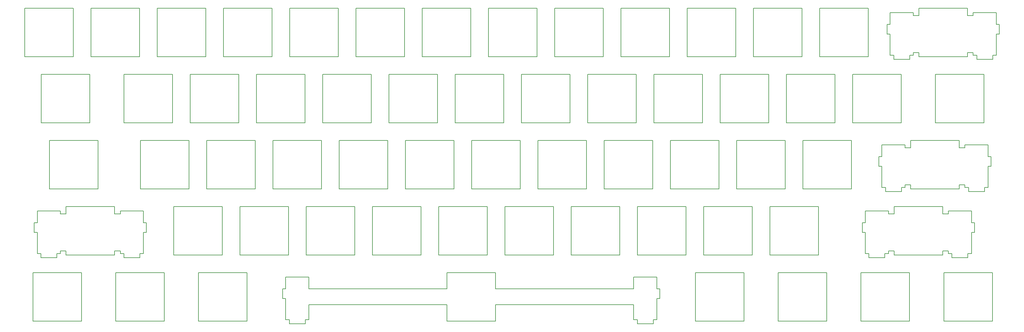
<source format=gbr>
G04 #@! TF.FileFunction,Other,ECO2*
%FSLAX46Y46*%
G04 Gerber Fmt 4.6, Leading zero omitted, Abs format (unit mm)*
G04 Created by KiCad (PCBNEW 4.1.0-alpha+201607250105+6992~46~ubuntu16.04.1-product) date Thu Aug 25 14:36:27 2016*
%MOMM*%
%LPD*%
G01*
G04 APERTURE LIST*
%ADD10C,0.150000*%
%ADD11C,0.152400*%
G04 APERTURE END LIST*
D10*
D11*
X46196250Y-120015000D02*
X60166250Y-120015000D01*
X60166250Y-120015000D02*
X60166250Y-133985000D01*
X60166250Y-133985000D02*
X46196250Y-133985000D01*
X46196250Y-133985000D02*
X46196250Y-120015000D01*
X70008750Y-120015000D02*
X83978750Y-120015000D01*
X83978750Y-120015000D02*
X83978750Y-133985000D01*
X83978750Y-133985000D02*
X70008750Y-133985000D01*
X70008750Y-133985000D02*
X70008750Y-120015000D01*
X93821250Y-120015000D02*
X107791250Y-120015000D01*
X107791250Y-120015000D02*
X107791250Y-133985000D01*
X107791250Y-133985000D02*
X93821250Y-133985000D01*
X93821250Y-133985000D02*
X93821250Y-120015000D01*
X236696250Y-120015000D02*
X250666250Y-120015000D01*
X250666250Y-120015000D02*
X250666250Y-133985000D01*
X250666250Y-133985000D02*
X236696250Y-133985000D01*
X236696250Y-133985000D02*
X236696250Y-120015000D01*
X260508750Y-120015000D02*
X274478750Y-120015000D01*
X274478750Y-120015000D02*
X274478750Y-133985000D01*
X274478750Y-133985000D02*
X260508750Y-133985000D01*
X260508750Y-133985000D02*
X260508750Y-120015000D01*
X284321250Y-120015000D02*
X298291250Y-120015000D01*
X298291250Y-120015000D02*
X298291250Y-133985000D01*
X298291250Y-133985000D02*
X284321250Y-133985000D01*
X284321250Y-133985000D02*
X284321250Y-120015000D01*
X308133750Y-120015000D02*
X322103750Y-120015000D01*
X322103750Y-120015000D02*
X322103750Y-133985000D01*
X322103750Y-133985000D02*
X308133750Y-133985000D01*
X308133750Y-133985000D02*
X308133750Y-120015000D01*
X55721250Y-100965000D02*
X69691250Y-100965000D01*
X69691250Y-100965000D02*
X69691250Y-103073200D01*
X69691250Y-103073200D02*
X71316850Y-103073200D01*
X71316850Y-103073200D02*
X71316850Y-102260400D01*
X71316850Y-102260400D02*
X77971650Y-102260400D01*
X77971650Y-102260400D02*
X77971650Y-105664000D01*
X77971650Y-105664000D02*
X78835250Y-105664000D01*
X78835250Y-105664000D02*
X78835250Y-108458000D01*
X78835250Y-108458000D02*
X77971650Y-108458000D01*
X77971650Y-108458000D02*
X77971650Y-114554000D01*
X77971650Y-114554000D02*
X76930250Y-114554000D01*
X76930250Y-114554000D02*
X76930250Y-115722400D01*
X76930250Y-115722400D02*
X72358250Y-115722400D01*
X72358250Y-115722400D02*
X72358250Y-114554000D01*
X72358250Y-114554000D02*
X71316850Y-114554000D01*
X71316850Y-114554000D02*
X71316850Y-113766600D01*
X71316850Y-113766600D02*
X69691250Y-113766600D01*
X69691250Y-113766600D02*
X69691250Y-114935000D01*
X69691250Y-114935000D02*
X55721250Y-114935000D01*
X55721250Y-114935000D02*
X55721250Y-113766600D01*
X55721250Y-113766600D02*
X54095650Y-113766600D01*
X54095650Y-113766600D02*
X54095650Y-114554000D01*
X54095650Y-114554000D02*
X53054250Y-114554000D01*
X53054250Y-114554000D02*
X53054250Y-115722400D01*
X53054250Y-115722400D02*
X48482250Y-115722400D01*
X48482250Y-115722400D02*
X48482250Y-114554000D01*
X48482250Y-114554000D02*
X47440850Y-114554000D01*
X47440850Y-114554000D02*
X47440850Y-108458000D01*
X47440850Y-108458000D02*
X46577250Y-108458000D01*
X46577250Y-108458000D02*
X46577250Y-105664000D01*
X46577250Y-105664000D02*
X47440850Y-105664000D01*
X47440850Y-105664000D02*
X47440850Y-102260400D01*
X47440850Y-102260400D02*
X54095650Y-102260400D01*
X54095650Y-102260400D02*
X54095650Y-103073200D01*
X54095650Y-103073200D02*
X55721250Y-103073200D01*
X55721250Y-103073200D02*
X55721250Y-100965000D01*
X86677500Y-100965000D02*
X100647500Y-100965000D01*
X100647500Y-100965000D02*
X100647500Y-114935000D01*
X100647500Y-114935000D02*
X86677500Y-114935000D01*
X86677500Y-114935000D02*
X86677500Y-100965000D01*
X105727500Y-100965000D02*
X119697500Y-100965000D01*
X119697500Y-100965000D02*
X119697500Y-114935000D01*
X119697500Y-114935000D02*
X105727500Y-114935000D01*
X105727500Y-114935000D02*
X105727500Y-100965000D01*
X124777500Y-100965000D02*
X138747500Y-100965000D01*
X138747500Y-100965000D02*
X138747500Y-114935000D01*
X138747500Y-114935000D02*
X124777500Y-114935000D01*
X124777500Y-114935000D02*
X124777500Y-100965000D01*
X143827500Y-100965000D02*
X157797500Y-100965000D01*
X157797500Y-100965000D02*
X157797500Y-114935000D01*
X157797500Y-114935000D02*
X143827500Y-114935000D01*
X143827500Y-114935000D02*
X143827500Y-100965000D01*
X162877500Y-100965000D02*
X176847500Y-100965000D01*
X176847500Y-100965000D02*
X176847500Y-114935000D01*
X176847500Y-114935000D02*
X162877500Y-114935000D01*
X162877500Y-114935000D02*
X162877500Y-100965000D01*
X181927500Y-100965000D02*
X195897500Y-100965000D01*
X195897500Y-100965000D02*
X195897500Y-114935000D01*
X195897500Y-114935000D02*
X181927500Y-114935000D01*
X181927500Y-114935000D02*
X181927500Y-100965000D01*
X200977500Y-100965000D02*
X214947500Y-100965000D01*
X214947500Y-100965000D02*
X214947500Y-114935000D01*
X214947500Y-114935000D02*
X200977500Y-114935000D01*
X200977500Y-114935000D02*
X200977500Y-100965000D01*
X220027500Y-100965000D02*
X233997500Y-100965000D01*
X233997500Y-100965000D02*
X233997500Y-114935000D01*
X233997500Y-114935000D02*
X220027500Y-114935000D01*
X220027500Y-114935000D02*
X220027500Y-100965000D01*
X239077500Y-100965000D02*
X253047500Y-100965000D01*
X253047500Y-100965000D02*
X253047500Y-114935000D01*
X253047500Y-114935000D02*
X239077500Y-114935000D01*
X239077500Y-114935000D02*
X239077500Y-100965000D01*
X258127500Y-100965000D02*
X272097500Y-100965000D01*
X272097500Y-100965000D02*
X272097500Y-114935000D01*
X272097500Y-114935000D02*
X258127500Y-114935000D01*
X258127500Y-114935000D02*
X258127500Y-100965000D01*
X293846250Y-100965000D02*
X307816250Y-100965000D01*
X307816250Y-100965000D02*
X307816250Y-103073200D01*
X307816250Y-103073200D02*
X309441850Y-103073200D01*
X309441850Y-103073200D02*
X309441850Y-102260400D01*
X309441850Y-102260400D02*
X316096650Y-102260400D01*
X316096650Y-102260400D02*
X316096650Y-105664000D01*
X316096650Y-105664000D02*
X316960250Y-105664000D01*
X316960250Y-105664000D02*
X316960250Y-108458000D01*
X316960250Y-108458000D02*
X316096650Y-108458000D01*
X316096650Y-108458000D02*
X316096650Y-114554000D01*
X316096650Y-114554000D02*
X315055250Y-114554000D01*
X315055250Y-114554000D02*
X315055250Y-115722400D01*
X315055250Y-115722400D02*
X310483250Y-115722400D01*
X310483250Y-115722400D02*
X310483250Y-114554000D01*
X310483250Y-114554000D02*
X309441850Y-114554000D01*
X309441850Y-114554000D02*
X309441850Y-113766600D01*
X309441850Y-113766600D02*
X307816250Y-113766600D01*
X307816250Y-113766600D02*
X307816250Y-114935000D01*
X307816250Y-114935000D02*
X293846250Y-114935000D01*
X293846250Y-114935000D02*
X293846250Y-113766600D01*
X293846250Y-113766600D02*
X292220650Y-113766600D01*
X292220650Y-113766600D02*
X292220650Y-114554000D01*
X292220650Y-114554000D02*
X291179250Y-114554000D01*
X291179250Y-114554000D02*
X291179250Y-115722400D01*
X291179250Y-115722400D02*
X286607250Y-115722400D01*
X286607250Y-115722400D02*
X286607250Y-114554000D01*
X286607250Y-114554000D02*
X285565850Y-114554000D01*
X285565850Y-114554000D02*
X285565850Y-108458000D01*
X285565850Y-108458000D02*
X284702250Y-108458000D01*
X284702250Y-108458000D02*
X284702250Y-105664000D01*
X284702250Y-105664000D02*
X285565850Y-105664000D01*
X285565850Y-105664000D02*
X285565850Y-102260400D01*
X285565850Y-102260400D02*
X292220650Y-102260400D01*
X292220650Y-102260400D02*
X292220650Y-103073200D01*
X292220650Y-103073200D02*
X293846250Y-103073200D01*
X293846250Y-103073200D02*
X293846250Y-100965000D01*
X50958750Y-81915000D02*
X64928750Y-81915000D01*
X64928750Y-81915000D02*
X64928750Y-95885000D01*
X64928750Y-95885000D02*
X50958750Y-95885000D01*
X50958750Y-95885000D02*
X50958750Y-81915000D01*
X77152500Y-81915000D02*
X91122500Y-81915000D01*
X91122500Y-81915000D02*
X91122500Y-95885000D01*
X91122500Y-95885000D02*
X77152500Y-95885000D01*
X77152500Y-95885000D02*
X77152500Y-81915000D01*
X96202500Y-81915000D02*
X110172500Y-81915000D01*
X110172500Y-81915000D02*
X110172500Y-95885000D01*
X110172500Y-95885000D02*
X96202500Y-95885000D01*
X96202500Y-95885000D02*
X96202500Y-81915000D01*
X115252500Y-81915000D02*
X129222500Y-81915000D01*
X129222500Y-81915000D02*
X129222500Y-95885000D01*
X129222500Y-95885000D02*
X115252500Y-95885000D01*
X115252500Y-95885000D02*
X115252500Y-81915000D01*
X134302500Y-81915000D02*
X148272500Y-81915000D01*
X148272500Y-81915000D02*
X148272500Y-95885000D01*
X148272500Y-95885000D02*
X134302500Y-95885000D01*
X134302500Y-95885000D02*
X134302500Y-81915000D01*
X153352500Y-81915000D02*
X167322500Y-81915000D01*
X167322500Y-81915000D02*
X167322500Y-95885000D01*
X167322500Y-95885000D02*
X153352500Y-95885000D01*
X153352500Y-95885000D02*
X153352500Y-81915000D01*
X172402500Y-81915000D02*
X186372500Y-81915000D01*
X186372500Y-81915000D02*
X186372500Y-95885000D01*
X186372500Y-95885000D02*
X172402500Y-95885000D01*
X172402500Y-95885000D02*
X172402500Y-81915000D01*
X191452500Y-81915000D02*
X205422500Y-81915000D01*
X205422500Y-81915000D02*
X205422500Y-95885000D01*
X205422500Y-95885000D02*
X191452500Y-95885000D01*
X191452500Y-95885000D02*
X191452500Y-81915000D01*
X210502500Y-81915000D02*
X224472500Y-81915000D01*
X224472500Y-81915000D02*
X224472500Y-95885000D01*
X224472500Y-95885000D02*
X210502500Y-95885000D01*
X210502500Y-95885000D02*
X210502500Y-81915000D01*
X229552500Y-81915000D02*
X243522500Y-81915000D01*
X243522500Y-81915000D02*
X243522500Y-95885000D01*
X243522500Y-95885000D02*
X229552500Y-95885000D01*
X229552500Y-95885000D02*
X229552500Y-81915000D01*
X248602500Y-81915000D02*
X262572500Y-81915000D01*
X262572500Y-81915000D02*
X262572500Y-95885000D01*
X262572500Y-95885000D02*
X248602500Y-95885000D01*
X248602500Y-95885000D02*
X248602500Y-81915000D01*
X267652500Y-81915000D02*
X281622500Y-81915000D01*
X281622500Y-81915000D02*
X281622500Y-95885000D01*
X281622500Y-95885000D02*
X267652500Y-95885000D01*
X267652500Y-95885000D02*
X267652500Y-81915000D01*
X298608750Y-81915000D02*
X312578750Y-81915000D01*
X312578750Y-81915000D02*
X312578750Y-84023200D01*
X312578750Y-84023200D02*
X314204350Y-84023200D01*
X314204350Y-84023200D02*
X314204350Y-83210400D01*
X314204350Y-83210400D02*
X320859150Y-83210400D01*
X320859150Y-83210400D02*
X320859150Y-86614000D01*
X320859150Y-86614000D02*
X321722750Y-86614000D01*
X321722750Y-86614000D02*
X321722750Y-89408000D01*
X321722750Y-89408000D02*
X320859150Y-89408000D01*
X320859150Y-89408000D02*
X320859150Y-95504000D01*
X320859150Y-95504000D02*
X319817750Y-95504000D01*
X319817750Y-95504000D02*
X319817750Y-96672400D01*
X319817750Y-96672400D02*
X315245750Y-96672400D01*
X315245750Y-96672400D02*
X315245750Y-95504000D01*
X315245750Y-95504000D02*
X314204350Y-95504000D01*
X314204350Y-95504000D02*
X314204350Y-94716600D01*
X314204350Y-94716600D02*
X312578750Y-94716600D01*
X312578750Y-94716600D02*
X312578750Y-95885000D01*
X312578750Y-95885000D02*
X298608750Y-95885000D01*
X298608750Y-95885000D02*
X298608750Y-94716600D01*
X298608750Y-94716600D02*
X296983150Y-94716600D01*
X296983150Y-94716600D02*
X296983150Y-95504000D01*
X296983150Y-95504000D02*
X295941750Y-95504000D01*
X295941750Y-95504000D02*
X295941750Y-96672400D01*
X295941750Y-96672400D02*
X291369750Y-96672400D01*
X291369750Y-96672400D02*
X291369750Y-95504000D01*
X291369750Y-95504000D02*
X290328350Y-95504000D01*
X290328350Y-95504000D02*
X290328350Y-89408000D01*
X290328350Y-89408000D02*
X289464750Y-89408000D01*
X289464750Y-89408000D02*
X289464750Y-86614000D01*
X289464750Y-86614000D02*
X290328350Y-86614000D01*
X290328350Y-86614000D02*
X290328350Y-83210400D01*
X290328350Y-83210400D02*
X296983150Y-83210400D01*
X296983150Y-83210400D02*
X296983150Y-84023200D01*
X296983150Y-84023200D02*
X298608750Y-84023200D01*
X298608750Y-84023200D02*
X298608750Y-81915000D01*
X48577500Y-62865000D02*
X62547500Y-62865000D01*
X62547500Y-62865000D02*
X62547500Y-76835000D01*
X62547500Y-76835000D02*
X48577500Y-76835000D01*
X48577500Y-76835000D02*
X48577500Y-62865000D01*
X72390000Y-62865000D02*
X86360000Y-62865000D01*
X86360000Y-62865000D02*
X86360000Y-76835000D01*
X86360000Y-76835000D02*
X72390000Y-76835000D01*
X72390000Y-76835000D02*
X72390000Y-62865000D01*
X91440000Y-62865000D02*
X105410000Y-62865000D01*
X105410000Y-62865000D02*
X105410000Y-76835000D01*
X105410000Y-76835000D02*
X91440000Y-76835000D01*
X91440000Y-76835000D02*
X91440000Y-62865000D01*
X110490000Y-62865000D02*
X124460000Y-62865000D01*
X124460000Y-62865000D02*
X124460000Y-76835000D01*
X124460000Y-76835000D02*
X110490000Y-76835000D01*
X110490000Y-76835000D02*
X110490000Y-62865000D01*
X129540000Y-62865000D02*
X143510000Y-62865000D01*
X143510000Y-62865000D02*
X143510000Y-76835000D01*
X143510000Y-76835000D02*
X129540000Y-76835000D01*
X129540000Y-76835000D02*
X129540000Y-62865000D01*
X148590000Y-62865000D02*
X162560000Y-62865000D01*
X162560000Y-62865000D02*
X162560000Y-76835000D01*
X162560000Y-76835000D02*
X148590000Y-76835000D01*
X148590000Y-76835000D02*
X148590000Y-62865000D01*
X167640000Y-62865000D02*
X181610000Y-62865000D01*
X181610000Y-62865000D02*
X181610000Y-76835000D01*
X181610000Y-76835000D02*
X167640000Y-76835000D01*
X167640000Y-76835000D02*
X167640000Y-62865000D01*
X186690000Y-62865000D02*
X200660000Y-62865000D01*
X200660000Y-62865000D02*
X200660000Y-76835000D01*
X200660000Y-76835000D02*
X186690000Y-76835000D01*
X186690000Y-76835000D02*
X186690000Y-62865000D01*
X205740000Y-62865000D02*
X219710000Y-62865000D01*
X219710000Y-62865000D02*
X219710000Y-76835000D01*
X219710000Y-76835000D02*
X205740000Y-76835000D01*
X205740000Y-76835000D02*
X205740000Y-62865000D01*
X224790000Y-62865000D02*
X238760000Y-62865000D01*
X238760000Y-62865000D02*
X238760000Y-76835000D01*
X238760000Y-76835000D02*
X224790000Y-76835000D01*
X224790000Y-76835000D02*
X224790000Y-62865000D01*
X243840000Y-62865000D02*
X257810000Y-62865000D01*
X257810000Y-62865000D02*
X257810000Y-76835000D01*
X257810000Y-76835000D02*
X243840000Y-76835000D01*
X243840000Y-76835000D02*
X243840000Y-62865000D01*
X262890000Y-62865000D02*
X276860000Y-62865000D01*
X276860000Y-62865000D02*
X276860000Y-76835000D01*
X276860000Y-76835000D02*
X262890000Y-76835000D01*
X262890000Y-76835000D02*
X262890000Y-62865000D01*
X281940000Y-62865000D02*
X295910000Y-62865000D01*
X295910000Y-62865000D02*
X295910000Y-76835000D01*
X295910000Y-76835000D02*
X281940000Y-76835000D01*
X281940000Y-76835000D02*
X281940000Y-62865000D01*
X305752500Y-62865000D02*
X319722500Y-62865000D01*
X319722500Y-62865000D02*
X319722500Y-76835000D01*
X319722500Y-76835000D02*
X305752500Y-76835000D01*
X305752500Y-76835000D02*
X305752500Y-62865000D01*
X43815000Y-43815000D02*
X57785000Y-43815000D01*
X57785000Y-43815000D02*
X57785000Y-57785000D01*
X57785000Y-57785000D02*
X43815000Y-57785000D01*
X43815000Y-57785000D02*
X43815000Y-43815000D01*
X62865000Y-43815000D02*
X76835000Y-43815000D01*
X76835000Y-43815000D02*
X76835000Y-57785000D01*
X76835000Y-57785000D02*
X62865000Y-57785000D01*
X62865000Y-57785000D02*
X62865000Y-43815000D01*
X81915000Y-43815000D02*
X95885000Y-43815000D01*
X95885000Y-43815000D02*
X95885000Y-57785000D01*
X95885000Y-57785000D02*
X81915000Y-57785000D01*
X81915000Y-57785000D02*
X81915000Y-43815000D01*
X100965000Y-43815000D02*
X114935000Y-43815000D01*
X114935000Y-43815000D02*
X114935000Y-57785000D01*
X114935000Y-57785000D02*
X100965000Y-57785000D01*
X100965000Y-57785000D02*
X100965000Y-43815000D01*
X120015000Y-43815000D02*
X133985000Y-43815000D01*
X133985000Y-43815000D02*
X133985000Y-57785000D01*
X133985000Y-57785000D02*
X120015000Y-57785000D01*
X120015000Y-57785000D02*
X120015000Y-43815000D01*
X139065000Y-43815000D02*
X153035000Y-43815000D01*
X153035000Y-43815000D02*
X153035000Y-57785000D01*
X153035000Y-57785000D02*
X139065000Y-57785000D01*
X139065000Y-57785000D02*
X139065000Y-43815000D01*
X158115000Y-43815000D02*
X172085000Y-43815000D01*
X172085000Y-43815000D02*
X172085000Y-57785000D01*
X172085000Y-57785000D02*
X158115000Y-57785000D01*
X158115000Y-57785000D02*
X158115000Y-43815000D01*
X177165000Y-43815000D02*
X191135000Y-43815000D01*
X191135000Y-43815000D02*
X191135000Y-57785000D01*
X191135000Y-57785000D02*
X177165000Y-57785000D01*
X177165000Y-57785000D02*
X177165000Y-43815000D01*
X196215000Y-43815000D02*
X210185000Y-43815000D01*
X210185000Y-43815000D02*
X210185000Y-57785000D01*
X210185000Y-57785000D02*
X196215000Y-57785000D01*
X196215000Y-57785000D02*
X196215000Y-43815000D01*
X215265000Y-43815000D02*
X229235000Y-43815000D01*
X229235000Y-43815000D02*
X229235000Y-57785000D01*
X229235000Y-57785000D02*
X215265000Y-57785000D01*
X215265000Y-57785000D02*
X215265000Y-43815000D01*
X234315000Y-43815000D02*
X248285000Y-43815000D01*
X248285000Y-43815000D02*
X248285000Y-57785000D01*
X248285000Y-57785000D02*
X234315000Y-57785000D01*
X234315000Y-57785000D02*
X234315000Y-43815000D01*
X253365000Y-43815000D02*
X267335000Y-43815000D01*
X267335000Y-43815000D02*
X267335000Y-57785000D01*
X267335000Y-57785000D02*
X253365000Y-57785000D01*
X253365000Y-57785000D02*
X253365000Y-43815000D01*
X272415000Y-43815000D02*
X286385000Y-43815000D01*
X286385000Y-43815000D02*
X286385000Y-57785000D01*
X286385000Y-57785000D02*
X272415000Y-57785000D01*
X272415000Y-57785000D02*
X272415000Y-43815000D01*
X300990000Y-43815000D02*
X314960000Y-43815000D01*
X314960000Y-43815000D02*
X314960000Y-45923200D01*
X314960000Y-45923200D02*
X316585600Y-45923200D01*
X316585600Y-45923200D02*
X316585600Y-45110400D01*
X316585600Y-45110400D02*
X323240400Y-45110400D01*
X323240400Y-45110400D02*
X323240400Y-48514000D01*
X323240400Y-48514000D02*
X324104000Y-48514000D01*
X324104000Y-48514000D02*
X324104000Y-51308000D01*
X324104000Y-51308000D02*
X323240400Y-51308000D01*
X323240400Y-51308000D02*
X323240400Y-57404000D01*
X323240400Y-57404000D02*
X322199000Y-57404000D01*
X322199000Y-57404000D02*
X322199000Y-58572400D01*
X322199000Y-58572400D02*
X317627000Y-58572400D01*
X317627000Y-58572400D02*
X317627000Y-57404000D01*
X317627000Y-57404000D02*
X316585600Y-57404000D01*
X316585600Y-57404000D02*
X316585600Y-56616600D01*
X316585600Y-56616600D02*
X314960000Y-56616600D01*
X314960000Y-56616600D02*
X314960000Y-57785000D01*
X314960000Y-57785000D02*
X300990000Y-57785000D01*
X300990000Y-57785000D02*
X300990000Y-56616600D01*
X300990000Y-56616600D02*
X299364400Y-56616600D01*
X299364400Y-56616600D02*
X299364400Y-57404000D01*
X299364400Y-57404000D02*
X298323000Y-57404000D01*
X298323000Y-57404000D02*
X298323000Y-58572400D01*
X298323000Y-58572400D02*
X293751000Y-58572400D01*
X293751000Y-58572400D02*
X293751000Y-57404000D01*
X293751000Y-57404000D02*
X292709600Y-57404000D01*
X292709600Y-57404000D02*
X292709600Y-51308000D01*
X292709600Y-51308000D02*
X291846000Y-51308000D01*
X291846000Y-51308000D02*
X291846000Y-48514000D01*
X291846000Y-48514000D02*
X292709600Y-48514000D01*
X292709600Y-48514000D02*
X292709600Y-45110400D01*
X292709600Y-45110400D02*
X299364400Y-45110400D01*
X299364400Y-45110400D02*
X299364400Y-45923200D01*
X299364400Y-45923200D02*
X300990000Y-45923200D01*
X300990000Y-45923200D02*
X300990000Y-43815000D01*
X165258750Y-120015000D02*
X179228750Y-120015000D01*
X179228750Y-120015000D02*
X179228750Y-124714000D01*
X179228750Y-124714000D02*
X218954350Y-124714000D01*
X218954350Y-124714000D02*
X218954350Y-121310400D01*
X218954350Y-121310400D02*
X225609150Y-121310400D01*
X225609150Y-121310400D02*
X225609150Y-124714000D01*
X225609150Y-124714000D02*
X226472750Y-124714000D01*
X226472750Y-124714000D02*
X226472750Y-127508000D01*
X226472750Y-127508000D02*
X225609150Y-127508000D01*
X225609150Y-127508000D02*
X225609150Y-133604000D01*
X225609150Y-133604000D02*
X224567750Y-133604000D01*
X224567750Y-133604000D02*
X224567750Y-134772400D01*
X224567750Y-134772400D02*
X219995750Y-134772400D01*
X219995750Y-134772400D02*
X219995750Y-133604000D01*
X219995750Y-133604000D02*
X218954350Y-133604000D01*
X218954350Y-133604000D02*
X218954350Y-129286000D01*
X218954350Y-129286000D02*
X179228750Y-129286000D01*
X179228750Y-129286000D02*
X179228750Y-133985000D01*
X179228750Y-133985000D02*
X165258750Y-133985000D01*
X165258750Y-133985000D02*
X165258750Y-129286000D01*
X165258750Y-129286000D02*
X125533150Y-129286000D01*
X125533150Y-129286000D02*
X125533150Y-133604000D01*
X125533150Y-133604000D02*
X124491750Y-133604000D01*
X124491750Y-133604000D02*
X124491750Y-134772400D01*
X124491750Y-134772400D02*
X119919750Y-134772400D01*
X119919750Y-134772400D02*
X119919750Y-133604000D01*
X119919750Y-133604000D02*
X118878350Y-133604000D01*
X118878350Y-133604000D02*
X118878350Y-127508000D01*
X118878350Y-127508000D02*
X118014750Y-127508000D01*
X118014750Y-127508000D02*
X118014750Y-124714000D01*
X118014750Y-124714000D02*
X118878350Y-124714000D01*
X118878350Y-124714000D02*
X118878350Y-121310400D01*
X118878350Y-121310400D02*
X125533150Y-121310400D01*
X125533150Y-121310400D02*
X125533150Y-124714000D01*
X125533150Y-124714000D02*
X165258750Y-124714000D01*
X165258750Y-124714000D02*
X165258750Y-120015000D01*
M02*

</source>
